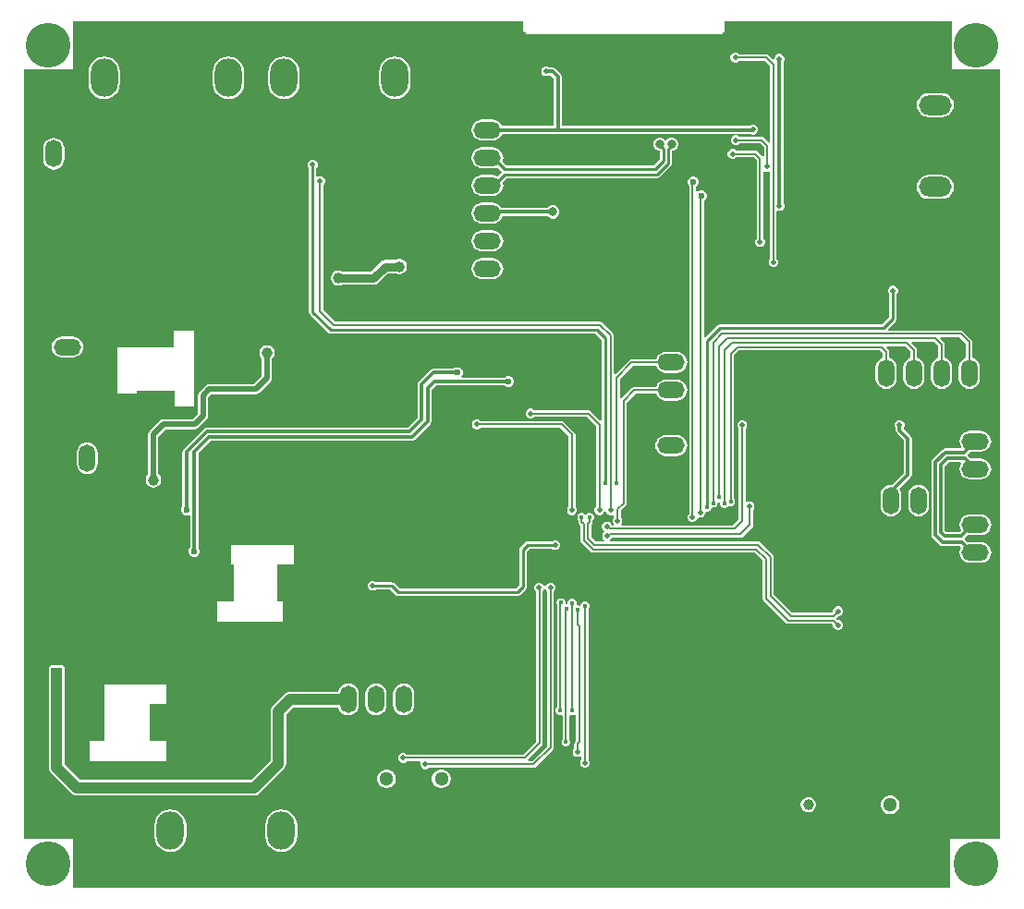
<source format=gbl>
G04*
G04 #@! TF.GenerationSoftware,Altium Limited,Altium Designer,23.0.1 (38)*
G04*
G04 Layer_Physical_Order=2*
G04 Layer_Color=16711680*
%FSLAX44Y44*%
%MOMM*%
G71*
G04*
G04 #@! TF.SameCoordinates,6FF5410F-6566-4CAA-8283-5BB090145FDD*
G04*
G04*
G04 #@! TF.FilePolarity,Positive*
G04*
G01*
G75*
%ADD10C,0.2540*%
%ADD11C,0.2000*%
%ADD20C,0.3000*%
%ADD22C,1.0000*%
%ADD53C,0.8000*%
%ADD112C,1.0000*%
%ADD113C,0.5000*%
%ADD115C,0.8000*%
%ADD117C,1.3000*%
%ADD118O,2.5000X3.5000*%
%ADD119O,1.5000X2.5000*%
%ADD120O,2.5000X1.5000*%
%ADD121O,3.0000X1.8000*%
%ADD122C,0.5000*%
%ADD123C,0.4000*%
%ADD124C,0.6000*%
%ADD125C,4.1000*%
G36*
X852752Y778483D02*
X852500Y777216D01*
Y772784D01*
X852752Y771517D01*
Y752500D01*
X896941D01*
X896941Y47500D01*
X851425D01*
Y3059D01*
X47752Y3059D01*
Y47500D01*
X3059D01*
X3059Y752500D01*
X47752D01*
Y796941D01*
X460291Y796941D01*
Y788386D01*
X460446Y787606D01*
X460888Y786944D01*
X461550Y786502D01*
X462330Y786347D01*
X462752D01*
Y785000D01*
X642752D01*
Y786431D01*
X643110Y786502D01*
X643772Y786944D01*
X644214Y787606D01*
X644369Y788386D01*
Y796941D01*
X852752Y796941D01*
Y778483D01*
D02*
G37*
%LPC*%
G36*
X342400Y764625D02*
X338615Y764127D01*
X335087Y762666D01*
X332058Y760341D01*
X329734Y757313D01*
X328273Y753785D01*
X327775Y750000D01*
Y740000D01*
X328273Y736215D01*
X329734Y732688D01*
X332058Y729659D01*
X335087Y727334D01*
X338615Y725873D01*
X342400Y725375D01*
X346185Y725873D01*
X349713Y727334D01*
X352742Y729659D01*
X355066Y732688D01*
X356527Y736215D01*
X357025Y740000D01*
Y750000D01*
X356527Y753785D01*
X355066Y757313D01*
X352742Y760341D01*
X349713Y762666D01*
X346185Y764127D01*
X342400Y764625D01*
D02*
G37*
G36*
X240800D02*
X237015Y764127D01*
X233487Y762666D01*
X230459Y760341D01*
X228134Y757313D01*
X226673Y753785D01*
X226175Y750000D01*
Y740000D01*
X226673Y736215D01*
X228134Y732688D01*
X230459Y729659D01*
X233487Y727334D01*
X237015Y725873D01*
X240800Y725375D01*
X244585Y725873D01*
X248113Y727334D01*
X251141Y729659D01*
X253466Y732688D01*
X254927Y736215D01*
X255425Y740000D01*
Y750000D01*
X254927Y753785D01*
X253466Y757313D01*
X251141Y760341D01*
X248113Y762666D01*
X244585Y764127D01*
X240800Y764625D01*
D02*
G37*
G36*
X190000D02*
X186215Y764127D01*
X182687Y762666D01*
X179659Y760341D01*
X177334Y757313D01*
X175873Y753785D01*
X175375Y750000D01*
Y740000D01*
X175873Y736215D01*
X177334Y732688D01*
X179659Y729659D01*
X182687Y727334D01*
X186215Y725873D01*
X190000Y725375D01*
X193785Y725873D01*
X197313Y727334D01*
X200341Y729659D01*
X202666Y732688D01*
X204127Y736215D01*
X204625Y740000D01*
Y750000D01*
X204127Y753785D01*
X202666Y757313D01*
X200341Y760341D01*
X197313Y762666D01*
X193785Y764127D01*
X190000Y764625D01*
D02*
G37*
G36*
X76200D02*
X72415Y764127D01*
X68887Y762666D01*
X65858Y760341D01*
X63534Y757313D01*
X62073Y753785D01*
X61575Y750000D01*
Y740000D01*
X62073Y736215D01*
X63534Y732688D01*
X65858Y729659D01*
X68887Y727334D01*
X72415Y725873D01*
X76200Y725375D01*
X79985Y725873D01*
X83513Y727334D01*
X86542Y729659D01*
X88866Y732688D01*
X90327Y736215D01*
X90825Y740000D01*
Y750000D01*
X90327Y753785D01*
X88866Y757313D01*
X86542Y760341D01*
X83513Y762666D01*
X79985Y764127D01*
X76200Y764625D01*
D02*
G37*
G36*
X843500Y731095D02*
X831500D01*
X828628Y730717D01*
X825953Y729609D01*
X823655Y727845D01*
X821891Y725547D01*
X820783Y722872D01*
X820405Y720000D01*
X820783Y717128D01*
X821891Y714453D01*
X823655Y712155D01*
X825953Y710391D01*
X828628Y709283D01*
X831500Y708905D01*
X843500D01*
X846372Y709283D01*
X849047Y710391D01*
X851345Y712155D01*
X853109Y714453D01*
X854217Y717128D01*
X854595Y720000D01*
X854217Y722872D01*
X853109Y725547D01*
X851345Y727845D01*
X849047Y729609D01*
X846372Y730717D01*
X843500Y731095D01*
D02*
G37*
G36*
X481971Y755578D02*
X480181D01*
X478527Y754893D01*
X477261Y753627D01*
X476576Y751973D01*
Y750183D01*
X477261Y748529D01*
X478527Y747263D01*
X480181Y746578D01*
X481971D01*
X483537Y747227D01*
X485723D01*
X488175Y744774D01*
Y700799D01*
X441033D01*
X440526Y702021D01*
X439003Y704005D01*
X437019Y705528D01*
X434708Y706486D01*
X432228Y706812D01*
X422228D01*
X419748Y706486D01*
X417437Y705528D01*
X415452Y704005D01*
X413930Y702021D01*
X412972Y699710D01*
X412646Y697230D01*
X412972Y694750D01*
X413930Y692439D01*
X415452Y690454D01*
X417437Y688932D01*
X419748Y687974D01*
X422228Y687648D01*
X432228D01*
X434708Y687974D01*
X437019Y688932D01*
X439003Y690454D01*
X440526Y692439D01*
X441033Y693661D01*
X668029D01*
X669665Y692984D01*
X671455D01*
X673109Y693669D01*
X674375Y694935D01*
X675060Y696589D01*
Y698379D01*
X674375Y700033D01*
X673109Y701299D01*
X671455Y701984D01*
X669665D01*
X668011Y701299D01*
X667511Y700799D01*
X495313D01*
Y746252D01*
X495041Y747618D01*
X494267Y748775D01*
X489724Y753319D01*
X488566Y754092D01*
X487201Y754364D01*
X484154D01*
X483625Y754893D01*
X481971Y755578D01*
D02*
G37*
G36*
X597077Y690276D02*
X594691D01*
X592485Y689363D01*
X591380Y688257D01*
X590550Y687809D01*
X589720Y688257D01*
X588615Y689363D01*
X586409Y690276D01*
X584022D01*
X581817Y689363D01*
X580129Y687675D01*
X579216Y685470D01*
Y683083D01*
X580129Y680877D01*
X581817Y679189D01*
X584022Y678276D01*
X585184D01*
Y670417D01*
X579517Y664750D01*
X444357D01*
X440978Y668129D01*
X441483Y669350D01*
X441810Y671830D01*
X441483Y674310D01*
X440526Y676621D01*
X439003Y678605D01*
X437019Y680128D01*
X434708Y681086D01*
X432228Y681412D01*
X422228D01*
X419748Y681086D01*
X417437Y680128D01*
X415452Y678605D01*
X413930Y676621D01*
X412972Y674310D01*
X412646Y671830D01*
X412972Y669350D01*
X413930Y667039D01*
X415452Y665054D01*
X417437Y663532D01*
X419748Y662574D01*
X422228Y662248D01*
X432228D01*
X434708Y662574D01*
X436401Y663276D01*
X439817Y659860D01*
X440570Y659003D01*
X439817Y658146D01*
X436581Y654910D01*
X434708Y655686D01*
X432228Y656012D01*
X422228D01*
X419748Y655686D01*
X417437Y654728D01*
X415452Y653205D01*
X413930Y651221D01*
X412972Y648910D01*
X412646Y646430D01*
X412972Y643950D01*
X413930Y641639D01*
X415452Y639655D01*
X417437Y638132D01*
X419748Y637174D01*
X422228Y636848D01*
X432228D01*
X434708Y637174D01*
X437019Y638132D01*
X439003Y639655D01*
X440526Y641639D01*
X441483Y643950D01*
X441810Y646430D01*
X441483Y648910D01*
X441052Y649951D01*
X444357Y653256D01*
X582930D01*
X584206Y653510D01*
X585288Y654232D01*
X595448Y664392D01*
X596170Y665474D01*
X596424Y666750D01*
Y678276D01*
X597077D01*
X599283Y679189D01*
X600971Y680877D01*
X601884Y683083D01*
Y685470D01*
X600971Y687675D01*
X599283Y689363D01*
X597077Y690276D01*
D02*
G37*
G36*
X655199Y768024D02*
X653409D01*
X651755Y767339D01*
X650489Y766073D01*
X649804Y764419D01*
Y762629D01*
X650489Y760975D01*
X651755Y759709D01*
X653409Y759024D01*
X655199D01*
X656853Y759709D01*
X657609Y760465D01*
X681485D01*
X686043Y755907D01*
Y686345D01*
X684773Y685819D01*
X680597Y689995D01*
X679605Y690658D01*
X678434Y690891D01*
X678434Y690891D01*
X658371D01*
X657615Y691647D01*
X655961Y692332D01*
X654171D01*
X652517Y691647D01*
X651251Y690381D01*
X650566Y688727D01*
Y686937D01*
X651251Y685283D01*
X652517Y684017D01*
X654171Y683332D01*
X655961D01*
X657615Y684017D01*
X658371Y684773D01*
X677167D01*
X680521Y681419D01*
Y673349D01*
X679251Y672964D01*
X679073Y673231D01*
X675009Y677295D01*
X674016Y677958D01*
X672846Y678191D01*
X672846Y678191D01*
X655069D01*
X654313Y678947D01*
X652659Y679632D01*
X650869D01*
X649215Y678947D01*
X647949Y677681D01*
X647264Y676027D01*
Y674237D01*
X647949Y672583D01*
X649215Y671317D01*
X650869Y670632D01*
X652659D01*
X654313Y671317D01*
X655069Y672073D01*
X671579D01*
X673851Y669801D01*
Y597665D01*
X673095Y596909D01*
X672410Y595255D01*
Y593465D01*
X673095Y591811D01*
X674361Y590545D01*
X676015Y589860D01*
X677805D01*
X679459Y590545D01*
X680725Y591811D01*
X681410Y593465D01*
Y595255D01*
X680725Y596909D01*
X679969Y597665D01*
Y659102D01*
X681239Y659613D01*
X682685Y659014D01*
X684475D01*
X684987Y659226D01*
X686043Y658521D01*
Y579123D01*
X685541Y578621D01*
X684856Y576967D01*
Y575177D01*
X685541Y573523D01*
X686807Y572257D01*
X688461Y571572D01*
X690251D01*
X691905Y572257D01*
X693171Y573523D01*
X693856Y575177D01*
Y576967D01*
X693171Y578621D01*
X692161Y579631D01*
Y622414D01*
X693217Y623120D01*
X693795Y622880D01*
X695585D01*
X697239Y623565D01*
X698505Y624831D01*
X699190Y626485D01*
Y628275D01*
X698505Y629929D01*
X698259Y630175D01*
Y759713D01*
X698505Y759959D01*
X699190Y761613D01*
Y763403D01*
X698505Y765057D01*
X697239Y766323D01*
X695585Y767008D01*
X693795D01*
X692141Y766323D01*
X690875Y765057D01*
X690190Y763403D01*
Y762208D01*
X688920Y761682D01*
X684915Y765687D01*
X683923Y766350D01*
X682752Y766583D01*
X682752Y766583D01*
X657609D01*
X656853Y767339D01*
X655199Y768024D01*
D02*
G37*
G36*
X30010Y690022D02*
X27530Y689696D01*
X25219Y688738D01*
X23235Y687215D01*
X21712Y685231D01*
X20754Y682920D01*
X20428Y680440D01*
Y670440D01*
X20754Y667960D01*
X21712Y665649D01*
X23235Y663664D01*
X25219Y662142D01*
X27530Y661184D01*
X30010Y660858D01*
X32490Y661184D01*
X34801Y662142D01*
X36785Y663664D01*
X38308Y665649D01*
X39265Y667960D01*
X39592Y670440D01*
Y680440D01*
X39265Y682920D01*
X38308Y685231D01*
X36785Y687215D01*
X34801Y688738D01*
X32490Y689696D01*
X30010Y690022D01*
D02*
G37*
G36*
X843500Y656095D02*
X831500D01*
X828628Y655717D01*
X825953Y654609D01*
X823655Y652845D01*
X821891Y650547D01*
X820783Y647872D01*
X820405Y645000D01*
X820783Y642128D01*
X821891Y639453D01*
X823655Y637155D01*
X825953Y635392D01*
X828628Y634283D01*
X831500Y633905D01*
X843500D01*
X846372Y634283D01*
X849047Y635392D01*
X851345Y637155D01*
X853109Y639453D01*
X854217Y642128D01*
X854595Y645000D01*
X854217Y647872D01*
X853109Y650547D01*
X851345Y652845D01*
X849047Y654609D01*
X846372Y655717D01*
X843500Y656095D01*
D02*
G37*
G36*
X432228Y630612D02*
X422228D01*
X419748Y630285D01*
X417437Y629328D01*
X415452Y627805D01*
X413930Y625821D01*
X412972Y623510D01*
X412646Y621030D01*
X412972Y618550D01*
X413930Y616239D01*
X415452Y614254D01*
X417437Y612732D01*
X419748Y611774D01*
X422228Y611448D01*
X432228D01*
X434708Y611774D01*
X437019Y612732D01*
X439003Y614254D01*
X440526Y616239D01*
X441453Y618477D01*
X482255D01*
X483773Y616959D01*
X485979Y616046D01*
X488366D01*
X490571Y616959D01*
X492259Y618647D01*
X493172Y620853D01*
Y623240D01*
X492259Y625445D01*
X490571Y627133D01*
X488366Y628046D01*
X485979D01*
X483773Y627133D01*
X482255Y625615D01*
X440612D01*
X440526Y625821D01*
X439003Y627805D01*
X437019Y629328D01*
X434708Y630285D01*
X432228Y630612D01*
D02*
G37*
G36*
Y605212D02*
X422228D01*
X419748Y604885D01*
X417437Y603928D01*
X415452Y602405D01*
X413930Y600421D01*
X412972Y598110D01*
X412646Y595630D01*
X412972Y593150D01*
X413930Y590839D01*
X415452Y588854D01*
X417437Y587332D01*
X419748Y586375D01*
X422228Y586048D01*
X432228D01*
X434708Y586375D01*
X437019Y587332D01*
X439003Y588854D01*
X440526Y590839D01*
X441483Y593150D01*
X441810Y595630D01*
X441483Y598110D01*
X440526Y600421D01*
X439003Y602405D01*
X437019Y603928D01*
X434708Y604885D01*
X432228Y605212D01*
D02*
G37*
G36*
X347378Y579008D02*
X345534D01*
X343754Y578531D01*
X343052Y578125D01*
X333502D01*
X331161Y577660D01*
X329176Y576334D01*
X320554Y567711D01*
X294234D01*
X293532Y568117D01*
X291752Y568594D01*
X289908D01*
X288128Y568117D01*
X286532Y567195D01*
X285229Y565892D01*
X284307Y564296D01*
X283830Y562516D01*
Y560672D01*
X284307Y558892D01*
X285229Y557296D01*
X286532Y555993D01*
X288128Y555071D01*
X289908Y554594D01*
X291752D01*
X293532Y555071D01*
X294234Y555476D01*
X323088D01*
X325429Y555942D01*
X327414Y557268D01*
X336036Y565891D01*
X343052D01*
X343754Y565485D01*
X345534Y565008D01*
X347378D01*
X349158Y565485D01*
X350754Y566407D01*
X352057Y567710D01*
X352979Y569306D01*
X353456Y571086D01*
Y572930D01*
X352979Y574710D01*
X352057Y576306D01*
X350754Y577609D01*
X349158Y578531D01*
X347378Y579008D01*
D02*
G37*
G36*
X432228Y579812D02*
X422228D01*
X419748Y579486D01*
X417437Y578528D01*
X415452Y577005D01*
X413930Y575021D01*
X412972Y572710D01*
X412646Y570230D01*
X412972Y567750D01*
X413930Y565439D01*
X415452Y563455D01*
X417437Y561932D01*
X419748Y560975D01*
X422228Y560648D01*
X432228D01*
X434708Y560975D01*
X437019Y561932D01*
X439003Y563455D01*
X440526Y565439D01*
X441483Y567750D01*
X441810Y570230D01*
X441483Y572710D01*
X440526Y575021D01*
X439003Y577005D01*
X437019Y578528D01*
X434708Y579486D01*
X432228Y579812D01*
D02*
G37*
G36*
X47418Y507930D02*
X37418D01*
X34938Y507603D01*
X32627Y506646D01*
X30642Y505123D01*
X29120Y503139D01*
X28163Y500828D01*
X27836Y498348D01*
X28163Y495868D01*
X29120Y493557D01*
X30642Y491572D01*
X32627Y490050D01*
X34938Y489092D01*
X37418Y488766D01*
X47418D01*
X49898Y489092D01*
X52209Y490050D01*
X54194Y491572D01*
X55716Y493557D01*
X56673Y495868D01*
X57000Y498348D01*
X56673Y500828D01*
X55716Y503139D01*
X54194Y505123D01*
X52209Y506646D01*
X49898Y507603D01*
X47418Y507930D01*
D02*
G37*
G36*
X268103Y669726D02*
X266313D01*
X264659Y669041D01*
X263393Y667775D01*
X262708Y666121D01*
Y664331D01*
X263393Y662677D01*
X263874Y662196D01*
Y530352D01*
X264128Y529076D01*
X264851Y527994D01*
X281360Y511484D01*
X282442Y510762D01*
X283718Y510508D01*
X526177D01*
X531590Y505095D01*
Y431467D01*
X530417Y430981D01*
X521847Y439551D01*
X520855Y440214D01*
X519684Y440447D01*
X519684Y440447D01*
X470157D01*
X469401Y441203D01*
X467747Y441888D01*
X465957D01*
X464303Y441203D01*
X463037Y439937D01*
X462352Y438283D01*
Y436493D01*
X463037Y434839D01*
X464303Y433573D01*
X465957Y432888D01*
X467747D01*
X469401Y433573D01*
X470157Y434329D01*
X518417D01*
X526785Y425961D01*
Y352047D01*
X526029Y351291D01*
X525344Y349637D01*
Y347847D01*
X526029Y346193D01*
X527295Y344927D01*
X528949Y344242D01*
X530739D01*
X532393Y344927D01*
X533659Y346193D01*
X534289Y347714D01*
X534924Y347784D01*
X535559Y347714D01*
X536189Y346193D01*
X537455Y344927D01*
X539109Y344242D01*
X540899D01*
X542025Y344709D01*
X543295Y344010D01*
Y342395D01*
X542539Y341639D01*
X541854Y339985D01*
Y338195D01*
X542539Y336541D01*
X543011Y336069D01*
X542485Y334799D01*
X541141D01*
X540517Y336305D01*
X539251Y337571D01*
X537597Y338256D01*
X535807D01*
X534153Y337571D01*
X532887Y336305D01*
X532202Y334651D01*
Y332861D01*
X532887Y331207D01*
X533967Y330127D01*
X534136Y329668D01*
X534072Y328600D01*
X533141Y327669D01*
X532456Y326015D01*
Y324225D01*
X533141Y322571D01*
X534391Y321321D01*
X534390Y321231D01*
X534117Y320051D01*
X526793D01*
X522615Y324229D01*
Y335409D01*
X522863Y335657D01*
X522863Y335657D01*
X523526Y336650D01*
X523759Y337820D01*
X523759Y337820D01*
Y339540D01*
X524091Y339872D01*
X524700Y341342D01*
Y342934D01*
X524091Y344404D01*
X522966Y345529D01*
X521496Y346138D01*
X519904D01*
X518434Y345529D01*
X517974Y345069D01*
X517144Y344514D01*
X516314Y345069D01*
X515854Y345529D01*
X514384Y346138D01*
X512792D01*
X511322Y345529D01*
X510197Y344404D01*
X509588Y342934D01*
Y341342D01*
X510197Y339872D01*
X510529Y339540D01*
Y337884D01*
X510529Y337883D01*
X510762Y336713D01*
X511425Y335721D01*
X512380Y334766D01*
Y321237D01*
X512380Y321237D01*
X512613Y320067D01*
X513276Y319074D01*
X521839Y310511D01*
X521839Y310511D01*
X522831Y309848D01*
X524002Y309615D01*
X524002Y309615D01*
X672341D01*
X679439Y302517D01*
Y267716D01*
X679439Y267716D01*
X679672Y266546D01*
X680335Y265553D01*
X700401Y245487D01*
X700401Y245487D01*
X701394Y244824D01*
X702564Y244591D01*
X702564Y244591D01*
X742726D01*
X743784Y243533D01*
Y242463D01*
X744469Y240809D01*
X745735Y239544D01*
X747389Y238859D01*
X749179D01*
X750833Y239544D01*
X752099Y240809D01*
X752784Y242463D01*
Y244254D01*
X752099Y245907D01*
X750833Y247173D01*
X749179Y247859D01*
X748110D01*
X746617Y249351D01*
X746637Y249551D01*
X748644Y251558D01*
X749179D01*
X750833Y252244D01*
X752099Y253509D01*
X752784Y255163D01*
Y256954D01*
X752099Y258608D01*
X750833Y259873D01*
X749179Y260558D01*
X747389D01*
X745735Y259873D01*
X744469Y258608D01*
X743784Y256954D01*
Y255350D01*
X743207Y254773D01*
X706371D01*
X689621Y271523D01*
Y305816D01*
X689621Y305816D01*
X689388Y306987D01*
X688725Y307979D01*
X677549Y319155D01*
X676556Y319818D01*
X675386Y320051D01*
X675386Y320051D01*
X539795D01*
X539522Y321231D01*
X539521Y321321D01*
X540771Y322571D01*
X541225Y323667D01*
X659226D01*
X659226Y323667D01*
X660397Y323900D01*
X661389Y324563D01*
X669663Y332837D01*
X669663Y332837D01*
X670326Y333829D01*
X670559Y335000D01*
X670559Y335000D01*
Y349195D01*
X671315Y349951D01*
X672000Y351605D01*
Y353395D01*
X671315Y355049D01*
X670049Y356315D01*
X668395Y357000D01*
X666605D01*
X664951Y356315D01*
X664886Y356250D01*
X663713Y356736D01*
Y423415D01*
X664469Y424171D01*
X665154Y425825D01*
Y427615D01*
X664469Y429269D01*
X663203Y430535D01*
X661549Y431220D01*
X659759D01*
X658105Y430535D01*
X656839Y429269D01*
X656154Y427615D01*
Y425825D01*
X656839Y424171D01*
X657595Y423415D01*
Y340103D01*
X652291Y334799D01*
X550223D01*
X549697Y336069D01*
X550169Y336541D01*
X550854Y338195D01*
Y339985D01*
X550169Y341639D01*
X549413Y342395D01*
Y348237D01*
X554105Y352929D01*
X554768Y353922D01*
X555001Y355092D01*
X555001Y355092D01*
Y447551D01*
X563115Y455665D01*
X581614D01*
X582332Y453933D01*
X583854Y451949D01*
X585839Y450426D01*
X588150Y449468D01*
X590630Y449142D01*
X600630D01*
X603110Y449468D01*
X605421Y450426D01*
X607406Y451949D01*
X608928Y453933D01*
X609885Y456244D01*
X610212Y458724D01*
X609885Y461204D01*
X608928Y463515D01*
X607406Y465499D01*
X605421Y467022D01*
X603110Y467980D01*
X600630Y468306D01*
X590630D01*
X588150Y467980D01*
X585839Y467022D01*
X583854Y465499D01*
X582332Y463515D01*
X581614Y461783D01*
X561848D01*
X560677Y461550D01*
X559685Y460887D01*
X559685Y460887D01*
X549921Y451123D01*
X549338Y451214D01*
X548651Y451578D01*
Y469141D01*
X560575Y481065D01*
X581614D01*
X582332Y479333D01*
X583854Y477349D01*
X585839Y475826D01*
X588150Y474869D01*
X590630Y474542D01*
X600630D01*
X603110Y474869D01*
X605421Y475826D01*
X607406Y477349D01*
X608928Y479333D01*
X609885Y481644D01*
X610212Y484124D01*
X609885Y486604D01*
X608928Y488915D01*
X607406Y490899D01*
X605421Y492422D01*
X603110Y493380D01*
X600630Y493706D01*
X590630D01*
X588150Y493380D01*
X585839Y492422D01*
X583854Y490899D01*
X582332Y488915D01*
X581614Y487183D01*
X559308D01*
X558138Y486950D01*
X557145Y486287D01*
X557145Y486287D01*
X544333Y473475D01*
X543063Y474001D01*
Y508762D01*
X543063Y508762D01*
X542830Y509933D01*
X542167Y510925D01*
X542167Y510925D01*
X532515Y520577D01*
X531523Y521240D01*
X530352Y521473D01*
X530352Y521473D01*
X287779D01*
X277125Y532127D01*
Y647189D01*
X277881Y647945D01*
X278566Y649599D01*
Y651389D01*
X277881Y653043D01*
X276615Y654309D01*
X274961Y654994D01*
X273171D01*
X271812Y654431D01*
X270542Y654993D01*
Y662196D01*
X271023Y662677D01*
X271708Y664331D01*
Y666121D01*
X271023Y667775D01*
X269757Y669041D01*
X268103Y669726D01*
D02*
G37*
G36*
X400537Y479726D02*
X398547D01*
X396710Y478965D01*
X396040Y478295D01*
X377444D01*
X376078Y478023D01*
X374921Y477249D01*
X364507Y466835D01*
X363733Y465678D01*
X363461Y464312D01*
Y433786D01*
X354122Y424447D01*
X170180D01*
X168814Y424175D01*
X167657Y423401D01*
X148861Y404605D01*
X148087Y403448D01*
X147815Y402082D01*
Y352612D01*
X147145Y351942D01*
X146384Y350105D01*
Y348115D01*
X147145Y346278D01*
X148552Y344871D01*
X150389Y344110D01*
X152379D01*
X153911Y344745D01*
X155181Y344177D01*
Y314513D01*
X154511Y313842D01*
X153750Y312005D01*
Y310015D01*
X154511Y308178D01*
X155918Y306771D01*
X157755Y306010D01*
X159745D01*
X161582Y306771D01*
X162989Y308178D01*
X163750Y310015D01*
Y312005D01*
X162989Y313842D01*
X162319Y314513D01*
Y400858D01*
X173690Y412229D01*
X358140D01*
X359506Y412501D01*
X360663Y413275D01*
X374887Y427499D01*
X375661Y428656D01*
X375933Y430022D01*
Y459024D01*
X380192Y463283D01*
X443030D01*
X443700Y462613D01*
X445537Y461852D01*
X447527D01*
X449364Y462613D01*
X450771Y464020D01*
X451532Y465857D01*
Y467847D01*
X450771Y469684D01*
X449364Y471091D01*
X447527Y471852D01*
X445537D01*
X443700Y471091D01*
X443030Y470421D01*
X404104D01*
X403578Y471691D01*
X403781Y471894D01*
X404542Y473731D01*
Y475721D01*
X403781Y477558D01*
X402374Y478965D01*
X400537Y479726D01*
D02*
G37*
G36*
X616945Y654590D02*
X614955D01*
X613118Y653829D01*
X611711Y652422D01*
X610950Y650585D01*
Y648595D01*
X611711Y646758D01*
X612129Y646340D01*
Y345697D01*
X611373Y344941D01*
X610688Y343287D01*
Y341497D01*
X611373Y339843D01*
X612639Y338577D01*
X614293Y337892D01*
X616083D01*
X617737Y338577D01*
X619003Y339843D01*
X619688Y341497D01*
X620652Y342141D01*
X621272Y341884D01*
X623062D01*
X624716Y342569D01*
X625982Y343835D01*
X626667Y345489D01*
Y346399D01*
X627854Y347282D01*
X629446D01*
X630916Y347891D01*
X632041Y349016D01*
X632650Y350486D01*
Y350894D01*
X633175Y351245D01*
X634766D01*
X636236Y351854D01*
X637362Y352979D01*
X637971Y354449D01*
Y355253D01*
X638189Y356112D01*
X639144Y356426D01*
X639352D01*
X640138Y355830D01*
X640398Y355274D01*
Y354042D01*
X641007Y352572D01*
X642132Y351447D01*
X643602Y350838D01*
X645194D01*
X646664Y351447D01*
X647789Y352572D01*
X648065Y353238D01*
X649411Y352680D01*
X651002D01*
X652472Y353289D01*
X653597Y354414D01*
X654206Y355884D01*
Y357476D01*
X653597Y358946D01*
X653265Y359278D01*
Y490697D01*
X657603Y495035D01*
X786895D01*
X789421Y492509D01*
Y488488D01*
X787689Y487770D01*
X785704Y486247D01*
X784182Y484263D01*
X783224Y481952D01*
X782898Y479472D01*
Y469472D01*
X783224Y466992D01*
X784182Y464681D01*
X785704Y462696D01*
X787689Y461174D01*
X790000Y460216D01*
X792480Y459890D01*
X794960Y460216D01*
X797271Y461174D01*
X799255Y462696D01*
X800778Y464681D01*
X801736Y466992D01*
X802062Y469472D01*
Y479472D01*
X801736Y481952D01*
X800778Y484263D01*
X799255Y486247D01*
X797271Y487770D01*
X795539Y488488D01*
Y493776D01*
X795539Y493776D01*
X795306Y494947D01*
X794643Y495939D01*
X792656Y497926D01*
X793142Y499099D01*
X810009D01*
X814821Y494287D01*
Y488488D01*
X813089Y487770D01*
X811105Y486247D01*
X809582Y484263D01*
X808624Y481952D01*
X808298Y479472D01*
Y469472D01*
X808624Y466992D01*
X809582Y464681D01*
X811105Y462696D01*
X813089Y461174D01*
X815400Y460216D01*
X817880Y459890D01*
X820360Y460216D01*
X822671Y461174D01*
X824655Y462696D01*
X826178Y464681D01*
X827135Y466992D01*
X827462Y469472D01*
Y479472D01*
X827135Y481952D01*
X826178Y484263D01*
X824655Y486247D01*
X822671Y487770D01*
X820939Y488488D01*
Y495554D01*
X820706Y496725D01*
X820043Y497717D01*
X815516Y502244D01*
X816002Y503417D01*
X836425D01*
X840221Y499621D01*
Y488488D01*
X838489Y487770D01*
X836505Y486247D01*
X834982Y484263D01*
X834025Y481952D01*
X833698Y479472D01*
Y469472D01*
X834025Y466992D01*
X834982Y464681D01*
X836505Y462696D01*
X838489Y461174D01*
X840800Y460216D01*
X843280Y459890D01*
X845760Y460216D01*
X848071Y461174D01*
X850055Y462696D01*
X851578Y464681D01*
X852535Y466992D01*
X852862Y469472D01*
Y479472D01*
X852535Y481952D01*
X851578Y484263D01*
X850055Y486247D01*
X848071Y487770D01*
X846339Y488488D01*
Y500888D01*
X846339Y500888D01*
X846106Y502059D01*
X845443Y503051D01*
X845443Y503051D01*
X842186Y506308D01*
X842672Y507481D01*
X859793D01*
X865621Y501653D01*
Y488488D01*
X863889Y487770D01*
X861905Y486247D01*
X860382Y484263D01*
X859425Y481952D01*
X859098Y479472D01*
Y469472D01*
X859425Y466992D01*
X860382Y464681D01*
X861905Y462696D01*
X863889Y461174D01*
X866200Y460216D01*
X868680Y459890D01*
X871160Y460216D01*
X873471Y461174D01*
X875455Y462696D01*
X876978Y464681D01*
X877935Y466992D01*
X878262Y469472D01*
Y479472D01*
X877935Y481952D01*
X876978Y484263D01*
X875455Y486247D01*
X873471Y487770D01*
X871739Y488488D01*
Y502920D01*
X871739Y502920D01*
X871506Y504091D01*
X870843Y505083D01*
X870843Y505083D01*
X863223Y512703D01*
X862231Y513366D01*
X861060Y513599D01*
X861060Y513599D01*
X794547D01*
X794061Y514772D01*
X801188Y521898D01*
X801910Y522980D01*
X802164Y524256D01*
Y546880D01*
X802645Y547361D01*
X803330Y549015D01*
Y550805D01*
X802645Y552459D01*
X801379Y553725D01*
X799725Y554410D01*
X797935D01*
X796281Y553725D01*
X795015Y552459D01*
X794330Y550805D01*
Y549015D01*
X795015Y547361D01*
X795496Y546880D01*
Y525637D01*
X789067Y519208D01*
X640588D01*
X639312Y518954D01*
X638230Y518232D01*
X626943Y506944D01*
X625673Y507470D01*
Y632560D01*
X625894Y632651D01*
X627301Y634058D01*
X628062Y635895D01*
Y637885D01*
X627301Y639722D01*
X625894Y641129D01*
X624057Y641890D01*
X622067D01*
X620230Y641129D01*
X619517Y640416D01*
X618247Y640942D01*
Y645129D01*
X618782Y645351D01*
X620189Y646758D01*
X620950Y648595D01*
Y650585D01*
X620189Y652422D01*
X618782Y653829D01*
X616945Y654590D01*
D02*
G37*
G36*
X158421Y513402D02*
X139954D01*
Y498400D01*
X88138D01*
Y455676D01*
X106420D01*
Y458402D01*
X140420D01*
Y443400D01*
X158421D01*
Y513402D01*
D02*
G37*
G36*
X600630Y417506D02*
X590630D01*
X588150Y417179D01*
X585839Y416222D01*
X583854Y414700D01*
X582332Y412715D01*
X581375Y410404D01*
X581048Y407924D01*
X581375Y405444D01*
X582332Y403133D01*
X583854Y401148D01*
X585839Y399626D01*
X588150Y398669D01*
X590630Y398342D01*
X600630D01*
X603110Y398669D01*
X605421Y399626D01*
X607406Y401148D01*
X608928Y403133D01*
X609885Y405444D01*
X610212Y407924D01*
X609885Y410404D01*
X608928Y412715D01*
X607406Y414700D01*
X605421Y416222D01*
X603110Y417179D01*
X600630Y417506D01*
D02*
G37*
G36*
X60680Y410822D02*
X58200Y410495D01*
X55889Y409538D01*
X53905Y408016D01*
X52382Y406031D01*
X51425Y403720D01*
X51098Y401240D01*
Y391240D01*
X51425Y388760D01*
X52382Y386449D01*
X53905Y384464D01*
X55889Y382942D01*
X58200Y381984D01*
X60680Y381658D01*
X63160Y381984D01*
X65471Y382942D01*
X67456Y384464D01*
X68978Y386449D01*
X69935Y388760D01*
X70262Y391240D01*
Y401240D01*
X69935Y403720D01*
X68978Y406031D01*
X67456Y408016D01*
X65471Y409538D01*
X63160Y410495D01*
X60680Y410822D01*
D02*
G37*
G36*
X879268Y421574D02*
X869268D01*
X866788Y421247D01*
X864477Y420290D01*
X862493Y418767D01*
X860970Y416783D01*
X860013Y414472D01*
X859686Y411992D01*
X860013Y409512D01*
X860970Y407201D01*
X861480Y406536D01*
X860919Y405397D01*
X846582D01*
X845216Y405125D01*
X844059Y404351D01*
X834915Y395207D01*
X834141Y394050D01*
X833869Y392684D01*
Y326136D01*
X834141Y324770D01*
X834915Y323613D01*
X841773Y316755D01*
X842930Y315981D01*
X844296Y315709D01*
X860166D01*
X860711Y315005D01*
X860931Y314577D01*
X860013Y312360D01*
X859686Y309880D01*
X860013Y307400D01*
X860970Y305089D01*
X862493Y303104D01*
X864477Y301582D01*
X866788Y300625D01*
X869268Y300298D01*
X879268D01*
X881748Y300625D01*
X884059Y301582D01*
X886043Y303104D01*
X887566Y305089D01*
X888523Y307400D01*
X888850Y309880D01*
X888523Y312360D01*
X887566Y314671D01*
X886043Y316656D01*
X884059Y318178D01*
X881748Y319135D01*
X879268Y319462D01*
X869268D01*
X867210Y319191D01*
X864670Y321731D01*
X864599Y321804D01*
X864582Y323341D01*
X867210Y325969D01*
X869268Y325698D01*
X879268D01*
X881748Y326025D01*
X884059Y326982D01*
X886043Y328504D01*
X887566Y330489D01*
X888523Y332800D01*
X888850Y335280D01*
X888523Y337760D01*
X887566Y340071D01*
X886043Y342056D01*
X884059Y343578D01*
X881748Y344535D01*
X879268Y344862D01*
X869268D01*
X866788Y344535D01*
X864477Y343578D01*
X862493Y342056D01*
X860970Y340071D01*
X860013Y337760D01*
X859686Y335280D01*
X860013Y332800D01*
X860970Y330489D01*
X861259Y330112D01*
X859836Y328689D01*
X847552D01*
X846341Y329900D01*
Y389174D01*
X850092Y392925D01*
X860718D01*
X861279Y391786D01*
X860970Y391383D01*
X860013Y389072D01*
X859686Y386592D01*
X860013Y384112D01*
X860970Y381801D01*
X862493Y379817D01*
X864477Y378294D01*
X866788Y377337D01*
X869268Y377010D01*
X879268D01*
X881748Y377337D01*
X884059Y378294D01*
X886043Y379817D01*
X887566Y381801D01*
X888523Y384112D01*
X888850Y386592D01*
X888523Y389072D01*
X887566Y391383D01*
X886043Y393367D01*
X884059Y394890D01*
X881748Y395847D01*
X879268Y396174D01*
X869654D01*
X869495Y396411D01*
X867463Y398444D01*
X866895Y399029D01*
X867476Y400153D01*
X869495Y402173D01*
X869654Y402410D01*
X879268D01*
X881748Y402737D01*
X884059Y403694D01*
X886043Y405216D01*
X887566Y407201D01*
X888523Y409512D01*
X888850Y411992D01*
X888523Y414472D01*
X887566Y416783D01*
X886043Y418767D01*
X884059Y420290D01*
X881748Y421247D01*
X879268Y421574D01*
D02*
G37*
G36*
X805821Y431220D02*
X804031D01*
X802377Y430535D01*
X801111Y429269D01*
X800426Y427615D01*
Y425825D01*
X801111Y424171D01*
X801357Y423925D01*
Y421894D01*
X801629Y420528D01*
X802403Y419371D01*
X808977Y412796D01*
Y382986D01*
X798042Y372050D01*
X796798Y372214D01*
X794318Y371888D01*
X792007Y370930D01*
X790023Y369408D01*
X788500Y367423D01*
X787542Y365112D01*
X787216Y362632D01*
Y352632D01*
X787542Y350152D01*
X788500Y347841D01*
X790023Y345857D01*
X792007Y344334D01*
X794318Y343377D01*
X796798Y343050D01*
X799278Y343377D01*
X801589Y344334D01*
X803573Y345857D01*
X805096Y347841D01*
X806053Y350152D01*
X806380Y352632D01*
Y362632D01*
X806053Y365112D01*
X805096Y367423D01*
X804407Y368322D01*
X815069Y378985D01*
X815843Y380142D01*
X816115Y381508D01*
Y414274D01*
X815843Y415640D01*
X815069Y416797D01*
X808495Y423372D01*
Y423925D01*
X808741Y424171D01*
X809426Y425825D01*
Y427615D01*
X808741Y429269D01*
X807475Y430535D01*
X805821Y431220D01*
D02*
G37*
G36*
X226220Y500014D02*
X224376D01*
X222596Y499537D01*
X221000Y498615D01*
X219697Y497312D01*
X218775Y495716D01*
X218298Y493936D01*
Y492092D01*
X218775Y490312D01*
X219697Y488716D01*
X220710Y487703D01*
Y471800D01*
X213237Y464328D01*
X172466D01*
X170710Y463979D01*
X169222Y462984D01*
X163380Y457142D01*
X162385Y455654D01*
X162036Y453898D01*
Y437002D01*
X157104Y432070D01*
X130556D01*
X128800Y431721D01*
X127312Y430726D01*
X117914Y421328D01*
X116919Y419840D01*
X116570Y418084D01*
Y381739D01*
X115557Y380726D01*
X114635Y379130D01*
X114158Y377350D01*
Y375506D01*
X114635Y373726D01*
X115557Y372130D01*
X116860Y370827D01*
X118456Y369905D01*
X120236Y369428D01*
X122080D01*
X123860Y369905D01*
X125456Y370827D01*
X126759Y372130D01*
X127681Y373726D01*
X128158Y375506D01*
Y377350D01*
X127681Y379130D01*
X126759Y380726D01*
X125746Y381739D01*
Y416184D01*
X132457Y422894D01*
X159004D01*
X160760Y423243D01*
X162248Y424238D01*
X169868Y431858D01*
X170863Y433346D01*
X171212Y435102D01*
Y451997D01*
X174366Y455152D01*
X215138D01*
X216894Y455501D01*
X218382Y456496D01*
X228542Y466656D01*
X229537Y468144D01*
X229886Y469900D01*
Y487703D01*
X230899Y488716D01*
X231821Y490312D01*
X232298Y492092D01*
Y493936D01*
X231821Y495716D01*
X230899Y497312D01*
X229596Y498615D01*
X228000Y499537D01*
X226220Y500014D01*
D02*
G37*
G36*
X418471Y431982D02*
X416681D01*
X415027Y431297D01*
X413761Y430031D01*
X413076Y428377D01*
Y426587D01*
X413761Y424933D01*
X415027Y423667D01*
X416681Y422982D01*
X418471D01*
X420125Y423667D01*
X420881Y424423D01*
X494033D01*
X501639Y416817D01*
Y352047D01*
X500883Y351291D01*
X500198Y349637D01*
Y347847D01*
X500883Y346193D01*
X502149Y344927D01*
X503803Y344242D01*
X505593D01*
X507247Y344927D01*
X508513Y346193D01*
X509198Y347847D01*
Y349637D01*
X508513Y351291D01*
X507757Y352047D01*
Y418084D01*
X507757Y418084D01*
X507524Y419255D01*
X506861Y420247D01*
X506861Y420247D01*
X497463Y429645D01*
X496471Y430308D01*
X495300Y430541D01*
X495300Y430541D01*
X420881D01*
X420125Y431297D01*
X418471Y431982D01*
D02*
G37*
G36*
X822198Y372214D02*
X819718Y371888D01*
X817407Y370930D01*
X815423Y369408D01*
X813900Y367423D01*
X812943Y365112D01*
X812616Y362632D01*
Y352632D01*
X812943Y350152D01*
X813900Y347841D01*
X815423Y345857D01*
X817407Y344334D01*
X819718Y343377D01*
X822198Y343050D01*
X824678Y343377D01*
X826989Y344334D01*
X828973Y345857D01*
X830496Y347841D01*
X831453Y350152D01*
X831780Y352632D01*
Y362632D01*
X831453Y365112D01*
X830496Y367423D01*
X828973Y369408D01*
X826989Y370930D01*
X824678Y371888D01*
X822198Y372214D01*
D02*
G37*
G36*
X490099Y321238D02*
X488309D01*
X486655Y320553D01*
X486174Y320072D01*
X464312D01*
X463036Y319818D01*
X461954Y319095D01*
X457636Y314778D01*
X456914Y313696D01*
X456660Y312420D01*
Y280273D01*
X453279Y276892D01*
X346821D01*
X341955Y281758D01*
X340874Y282480D01*
X339598Y282734D01*
X325102D01*
X324621Y283215D01*
X322967Y283900D01*
X321177D01*
X319523Y283215D01*
X318257Y281949D01*
X317572Y280295D01*
Y278505D01*
X318257Y276851D01*
X319523Y275585D01*
X321177Y274900D01*
X322967D01*
X324621Y275585D01*
X325102Y276066D01*
X338217D01*
X343083Y271201D01*
X344164Y270478D01*
X345440Y270224D01*
X454660D01*
X455936Y270478D01*
X457018Y271201D01*
X462351Y276535D01*
X463074Y277616D01*
X463328Y278892D01*
Y311039D01*
X465693Y313404D01*
X486174D01*
X486655Y312923D01*
X488309Y312238D01*
X490099D01*
X491753Y312923D01*
X493019Y314189D01*
X493704Y315843D01*
Y317633D01*
X493019Y319287D01*
X491753Y320553D01*
X490099Y321238D01*
D02*
G37*
G36*
X249780Y316992D02*
X192793D01*
Y298940D01*
X194780D01*
Y264940D01*
X179778D01*
Y246939D01*
X239718D01*
Y264940D01*
X234778D01*
Y298940D01*
X249780D01*
Y316992D01*
D02*
G37*
G36*
X350520Y189842D02*
X348040Y189515D01*
X345729Y188558D01*
X343745Y187036D01*
X342222Y185051D01*
X341264Y182740D01*
X340938Y180260D01*
Y170260D01*
X341264Y167780D01*
X342222Y165469D01*
X343745Y163484D01*
X345729Y161962D01*
X348040Y161005D01*
X350520Y160678D01*
X353000Y161005D01*
X355311Y161962D01*
X357295Y163484D01*
X358818Y165469D01*
X359776Y167780D01*
X360102Y170260D01*
Y180260D01*
X359776Y182740D01*
X358818Y185051D01*
X357295Y187036D01*
X355311Y188558D01*
X353000Y189515D01*
X350520Y189842D01*
D02*
G37*
G36*
X325120D02*
X322640Y189515D01*
X320329Y188558D01*
X318344Y187036D01*
X316822Y185051D01*
X315865Y182740D01*
X315538Y180260D01*
Y170260D01*
X315865Y167780D01*
X316822Y165469D01*
X318344Y163484D01*
X320329Y161962D01*
X322640Y161005D01*
X325120Y160678D01*
X327600Y161005D01*
X329911Y161962D01*
X331895Y163484D01*
X333418Y165469D01*
X334375Y167780D01*
X334702Y170260D01*
Y180260D01*
X334375Y182740D01*
X333418Y185051D01*
X331895Y187036D01*
X329911Y188558D01*
X327600Y189515D01*
X325120Y189842D01*
D02*
G37*
G36*
X37592Y206509D02*
X27940D01*
X27160Y206354D01*
X26498Y205912D01*
X26244Y205658D01*
X25802Y204996D01*
X25647Y204216D01*
Y183896D01*
X25706Y183600D01*
Y113030D01*
X25946Y111203D01*
X26651Y109500D01*
X27774Y108038D01*
X46316Y89496D01*
X47778Y88373D01*
X49481Y87668D01*
X51308Y87428D01*
X213868D01*
X215695Y87668D01*
X217398Y88373D01*
X218860Y89496D01*
X240704Y111340D01*
X241826Y112802D01*
X242532Y114505D01*
X242772Y116332D01*
Y161667D01*
X249305Y168200D01*
X290409D01*
X290464Y167780D01*
X291422Y165469D01*
X292945Y163484D01*
X294929Y161962D01*
X297240Y161005D01*
X299720Y160678D01*
X302200Y161005D01*
X304511Y161962D01*
X306495Y163484D01*
X308018Y165469D01*
X308976Y167780D01*
X309302Y170260D01*
Y180260D01*
X308976Y182740D01*
X308018Y185051D01*
X306495Y187036D01*
X304511Y188558D01*
X302200Y189515D01*
X299720Y189842D01*
X297240Y189515D01*
X294929Y188558D01*
X292945Y187036D01*
X291422Y185051D01*
X290464Y182740D01*
X290409Y182320D01*
X246380D01*
X244553Y182080D01*
X242850Y181374D01*
X241388Y180252D01*
X230720Y169584D01*
X229597Y168122D01*
X228892Y166419D01*
X228652Y164592D01*
Y119256D01*
X210944Y101548D01*
X54233D01*
X39826Y115955D01*
Y183600D01*
X39885Y183896D01*
Y204216D01*
X39885Y204216D01*
X39730Y204996D01*
X39288Y205658D01*
X39288Y205658D01*
X39034Y205912D01*
X38372Y206354D01*
X37592Y206509D01*
D02*
G37*
G36*
X132935Y188976D02*
X76200D01*
Y136970D01*
X62938D01*
Y118969D01*
X132940D01*
Y136879D01*
X132850Y136970D01*
X117938D01*
Y170970D01*
X132940D01*
Y188971D01*
X132935Y188976D01*
D02*
G37*
G36*
X486035Y282122D02*
X484245D01*
X482591Y281437D01*
X481325Y280171D01*
X480640Y278517D01*
Y276727D01*
X481325Y275073D01*
X482081Y274317D01*
Y132585D01*
X468379Y118883D01*
X464603D01*
X464076Y120153D01*
X477143Y133219D01*
X477143Y133219D01*
X477806Y134212D01*
X478039Y135382D01*
Y274571D01*
X478541Y275073D01*
X479226Y276727D01*
Y278517D01*
X478541Y280171D01*
X477275Y281437D01*
X475621Y282122D01*
X473831D01*
X472177Y281437D01*
X470911Y280171D01*
X470226Y278517D01*
Y276727D01*
X470911Y275073D01*
X471921Y274063D01*
Y136649D01*
X459997Y124725D01*
X353571D01*
X352815Y125481D01*
X351161Y126166D01*
X349371D01*
X347717Y125481D01*
X346451Y124215D01*
X345766Y122561D01*
Y120771D01*
X346451Y119117D01*
X347717Y117851D01*
X349371Y117166D01*
X351161D01*
X352815Y117851D01*
X353571Y118607D01*
X365239D01*
X366088Y117337D01*
X365832Y116719D01*
Y114929D01*
X366517Y113275D01*
X367783Y112009D01*
X369437Y111324D01*
X371227D01*
X372881Y112009D01*
X373637Y112765D01*
X469646D01*
X469646Y112765D01*
X470816Y112998D01*
X471809Y113661D01*
X487303Y129155D01*
X487303Y129155D01*
X487966Y130147D01*
X488199Y131318D01*
Y274317D01*
X488955Y275073D01*
X489640Y276727D01*
Y278517D01*
X488955Y280171D01*
X487689Y281437D01*
X486035Y282122D01*
D02*
G37*
G36*
X495334Y267906D02*
X493742D01*
X492272Y267297D01*
X491147Y266172D01*
X490538Y264702D01*
Y263110D01*
X491098Y261758D01*
Y168079D01*
X490385Y167366D01*
X489776Y165896D01*
Y164304D01*
X490385Y162834D01*
X491510Y161709D01*
X492980Y161100D01*
X494572D01*
X494908Y161239D01*
X496178Y160391D01*
Y138869D01*
X495719Y138410D01*
X495110Y136940D01*
Y135348D01*
X495719Y133878D01*
X496844Y132753D01*
X498314Y132144D01*
X499906D01*
X501376Y132753D01*
X502501Y133878D01*
X503110Y135348D01*
Y136940D01*
X502501Y138410D01*
X502296Y138615D01*
Y160242D01*
X503566Y161091D01*
X504156Y160846D01*
X505748D01*
X506973Y161354D01*
X508243Y160821D01*
Y137411D01*
X507615Y136783D01*
X506952Y135791D01*
X506719Y134620D01*
X506719Y134620D01*
Y130305D01*
X505963Y129549D01*
X505278Y127895D01*
Y126105D01*
X505963Y124451D01*
X507229Y123185D01*
X508883Y122500D01*
X510673D01*
X512327Y123185D01*
X512391Y123249D01*
X513565Y122763D01*
Y120363D01*
X512796Y119594D01*
X512111Y117940D01*
Y116150D01*
X512796Y114496D01*
X514062Y113230D01*
X515716Y112545D01*
X517506D01*
X519160Y113230D01*
X520426Y114496D01*
X521111Y116150D01*
Y117940D01*
X520426Y119594D01*
X519682Y120338D01*
Y258501D01*
X520027Y258846D01*
X520636Y260316D01*
Y261908D01*
X520027Y263378D01*
X518902Y264503D01*
X517432Y265112D01*
X515840D01*
X514370Y264503D01*
X513245Y263378D01*
X512659Y261962D01*
X512621Y261899D01*
X511366Y261228D01*
X510574Y261556D01*
X509534D01*
X508680Y262608D01*
X508645Y262729D01*
X508698Y262856D01*
Y264448D01*
X508089Y265918D01*
X506964Y267043D01*
X505494Y267652D01*
X503902D01*
X502432Y267043D01*
X501307Y265918D01*
X500698Y264448D01*
Y263216D01*
X500481Y262751D01*
X499535Y262421D01*
X498720Y263088D01*
X498538Y263259D01*
Y264702D01*
X497929Y266172D01*
X496804Y267297D01*
X495334Y267906D01*
D02*
G37*
G36*
X386119Y111000D02*
X383881D01*
X381719Y110421D01*
X379781Y109302D01*
X378198Y107719D01*
X377079Y105781D01*
X376500Y103619D01*
Y101381D01*
X377079Y99219D01*
X378198Y97281D01*
X379781Y95698D01*
X381719Y94579D01*
X383881Y94000D01*
X386119D01*
X388281Y94579D01*
X390219Y95698D01*
X391802Y97281D01*
X392921Y99219D01*
X393500Y101381D01*
Y103619D01*
X392921Y105781D01*
X391802Y107719D01*
X390219Y109302D01*
X388281Y110421D01*
X386119Y111000D01*
D02*
G37*
G36*
X336119D02*
X333881D01*
X331719Y110421D01*
X329781Y109302D01*
X328198Y107719D01*
X327079Y105781D01*
X326500Y103619D01*
Y101381D01*
X327079Y99219D01*
X328198Y97281D01*
X329781Y95698D01*
X331719Y94579D01*
X333881Y94000D01*
X336119D01*
X338281Y94579D01*
X340219Y95698D01*
X341802Y97281D01*
X342921Y99219D01*
X343500Y101381D01*
Y103619D01*
X342921Y105781D01*
X341802Y107719D01*
X340219Y109302D01*
X338281Y110421D01*
X336119Y111000D01*
D02*
G37*
G36*
X722202Y85740D02*
X720358D01*
X718578Y85263D01*
X716982Y84341D01*
X715679Y83038D01*
X714757Y81442D01*
X714280Y79662D01*
Y77818D01*
X714757Y76038D01*
X715679Y74442D01*
X716982Y73139D01*
X718578Y72217D01*
X720358Y71740D01*
X722202D01*
X723982Y72217D01*
X725578Y73139D01*
X726881Y74442D01*
X727803Y76038D01*
X728280Y77818D01*
Y79662D01*
X727803Y81442D01*
X726881Y83038D01*
X725578Y84341D01*
X723982Y85263D01*
X722202Y85740D01*
D02*
G37*
G36*
X797399Y87240D02*
X795161D01*
X792999Y86661D01*
X791061Y85542D01*
X789478Y83959D01*
X788359Y82021D01*
X787780Y79859D01*
Y77621D01*
X788359Y75459D01*
X789478Y73521D01*
X791061Y71938D01*
X792999Y70819D01*
X795161Y70240D01*
X797399D01*
X799561Y70819D01*
X801499Y71938D01*
X803082Y73521D01*
X804201Y75459D01*
X804780Y77621D01*
Y79859D01*
X804201Y82021D01*
X803082Y83959D01*
X801499Y85542D01*
X799561Y86661D01*
X797399Y87240D01*
D02*
G37*
G36*
X238300Y74625D02*
X234515Y74127D01*
X230987Y72666D01*
X227959Y70342D01*
X225634Y67312D01*
X224173Y63785D01*
X223675Y60000D01*
Y50000D01*
X224173Y46215D01*
X225634Y42687D01*
X227959Y39659D01*
X230987Y37334D01*
X234515Y35873D01*
X238300Y35375D01*
X242085Y35873D01*
X245613Y37334D01*
X248641Y39659D01*
X250966Y42687D01*
X252427Y46215D01*
X252925Y50000D01*
Y60000D01*
X252427Y63785D01*
X250966Y67312D01*
X248641Y70342D01*
X245613Y72666D01*
X242085Y74127D01*
X238300Y74625D01*
D02*
G37*
G36*
X136700D02*
X132915Y74127D01*
X129387Y72666D01*
X126358Y70342D01*
X124034Y67312D01*
X122573Y63785D01*
X122075Y60000D01*
Y50000D01*
X122573Y46215D01*
X124034Y42687D01*
X126358Y39659D01*
X129387Y37334D01*
X132915Y35873D01*
X136700Y35375D01*
X140485Y35873D01*
X144013Y37334D01*
X147042Y39659D01*
X149366Y42687D01*
X150827Y46215D01*
X151325Y50000D01*
Y60000D01*
X150827Y63785D01*
X149366Y67312D01*
X147042Y70342D01*
X144013Y72666D01*
X140485Y74127D01*
X136700Y74625D01*
D02*
G37*
%LPD*%
G36*
X37846Y204216D02*
Y183896D01*
X37592Y183642D01*
X27940D01*
X27686Y183896D01*
Y204216D01*
X27940Y204470D01*
X37592D01*
X37846Y204216D01*
D02*
G37*
D10*
X628650Y503936D02*
X640588Y515874D01*
X628650Y351282D02*
Y503936D01*
X582930Y656590D02*
X593090Y666750D01*
X442976Y656590D02*
X582930D01*
X593090Y666750D02*
Y680058D01*
X595884Y682852D02*
Y684276D01*
X593090Y680058D02*
X595884Y682852D01*
X427228Y646430D02*
X432816D01*
X442976Y656590D01*
X432562Y671830D02*
X442976Y661416D01*
X580898D02*
X588518Y669036D01*
X442976Y661416D02*
X580898D01*
X790448Y515874D02*
X798830Y524256D01*
X640588Y515874D02*
X790448D01*
X459994Y312420D02*
X464312Y316738D01*
X459994Y278892D02*
Y312420D01*
X454660Y273558D02*
X459994Y278892D01*
X464312Y316738D02*
X489204D01*
X345440Y273558D02*
X454660D01*
X339598Y279400D02*
X345440Y273558D01*
X322072Y279400D02*
X339598D01*
X267208Y530352D02*
X283718Y513842D01*
X267208Y530352D02*
Y665226D01*
X798830Y524256D02*
Y549910D01*
X427228Y671830D02*
X432562D01*
X588518Y669036D02*
Y680058D01*
X585216Y683360D02*
Y684276D01*
Y683360D02*
X588518Y680058D01*
X527558Y513842D02*
X534924Y506476D01*
X283718Y513842D02*
X527558D01*
X534924Y373126D02*
Y506476D01*
D11*
X537768Y325120D02*
X539374Y326726D01*
X659226D02*
X667500Y335000D01*
X539374Y326726D02*
X659226D01*
X536956Y325120D02*
X537768D01*
X653558Y331740D02*
X660654Y338836D01*
X539530Y331740D02*
X653558D01*
X536702Y333756D02*
X537514D01*
X539530Y331740D01*
X546354Y339090D02*
Y349504D01*
X551942Y355092D01*
X650206Y356680D02*
Y491964D01*
X656336Y498094D01*
X644398Y354838D02*
Y495554D01*
X651002Y502158D01*
X639064Y360426D02*
Y498856D01*
X646684Y506476D01*
X633971Y355245D02*
Y502145D01*
X642366Y510540D01*
X615188Y648828D02*
X615950Y649590D01*
X615188Y342392D02*
Y648828D01*
X622615Y346832D02*
Y636442D01*
X622167Y346384D02*
X622615Y346832D01*
Y636442D02*
X623062Y636890D01*
X672846Y675132D02*
X676910Y671068D01*
X651764Y675132D02*
X672846D01*
X676910Y594360D02*
Y671068D01*
X516611Y117045D02*
X516623Y117058D01*
Y261099D02*
X516636Y261112D01*
X516623Y117058D02*
Y261099D01*
X683580Y663514D02*
Y682686D01*
X678434Y687832D02*
X683580Y682686D01*
X286512Y518414D02*
X530352D01*
X540004Y508762D01*
X274066Y530860D02*
X286512Y518414D01*
X861060Y510540D02*
X868680Y502920D01*
X642366Y510540D02*
X861060D01*
X788162Y498094D02*
X792480Y493776D01*
X656336Y498094D02*
X788162D01*
X509778Y127000D02*
Y134620D01*
X511302Y136144D01*
Y242062D01*
X509778Y243586D02*
Y257556D01*
Y243586D02*
X511302Y242062D01*
X545592Y373634D02*
Y470408D01*
X559308Y484124D01*
X551942Y448818D02*
X561848Y458724D01*
X551942Y355092D02*
Y448818D01*
X519684Y437388D02*
X529844Y427228D01*
Y348742D02*
Y427228D01*
X525526Y316992D02*
X675386D01*
X519556Y322962D02*
Y336676D01*
Y322962D02*
X525526Y316992D01*
X524002Y312674D02*
X673608D01*
X515439Y321237D02*
Y336033D01*
Y321237D02*
X524002Y312674D01*
X513588Y337883D02*
X515439Y336033D01*
X519556Y336676D02*
X520700Y337820D01*
Y342138D01*
X513588Y337883D02*
Y342138D01*
X686562Y270256D02*
Y305816D01*
X675386Y316992D02*
X686562Y305816D01*
X702564Y247650D02*
X743992D01*
X682498Y267716D02*
Y303784D01*
Y267716D02*
X702564Y247650D01*
X744474Y251714D02*
X748284Y255524D01*
X686562Y270256D02*
X705104Y251714D01*
X744474D01*
X743992Y247650D02*
X748284Y243358D01*
X673608Y312674D02*
X682498Y303784D01*
X660654Y338836D02*
Y426720D01*
X667500Y335000D02*
Y352500D01*
X274066Y530860D02*
Y650494D01*
X651002Y502158D02*
X811276D01*
X817880Y474472D02*
Y495554D01*
X811276Y502158D02*
X817880Y495554D01*
X792480Y474472D02*
Y493776D01*
X837692Y506476D02*
X843280Y500888D01*
X646684Y506476D02*
X837692D01*
X843280Y474472D02*
Y500888D01*
X868680Y474472D02*
Y502920D01*
X474980Y135382D02*
Y277368D01*
X474726Y277622D02*
X474980Y277368D01*
X466852Y437388D02*
X519684D01*
X417576Y427482D02*
X495300D01*
X504698Y418084D01*
X540004Y348742D02*
Y508762D01*
X504698Y348742D02*
Y418084D01*
X561848Y458724D02*
X595630D01*
X559308Y484124D02*
X595630D01*
X350266Y121666D02*
X461264D01*
X474980Y135382D01*
X370332Y115824D02*
X469646D01*
X485140Y131318D01*
Y277622D01*
X655066Y687832D02*
X678434D01*
X654304Y763524D02*
X682752D01*
X689102Y576326D02*
Y757174D01*
X682752Y763524D02*
X689102Y757174D01*
Y576326D02*
X689356Y576072D01*
X493776Y165100D02*
X494157Y165481D01*
Y263525D02*
X494538Y263906D01*
X494157Y165481D02*
Y263525D01*
X499237Y136271D02*
Y257937D01*
X499110Y136144D02*
X499237Y136271D01*
Y257937D02*
X499364Y258064D01*
X504778Y165020D02*
X504952Y164846D01*
X504698Y263652D02*
X504778Y263572D01*
Y165020D02*
Y263572D01*
D20*
X694690Y627380D02*
Y762508D01*
X866972Y392135D02*
X872515Y386592D01*
X866972Y392135D02*
Y393888D01*
X864366Y396494D02*
X866972Y393888D01*
X848614Y396494D02*
X864366D01*
X872515Y386592D02*
X874268D01*
X842772Y390652D02*
X848614Y396494D01*
X846074Y325120D02*
X861314D01*
X842772Y328422D02*
X846074Y325120D01*
X842772Y328422D02*
Y390652D01*
X861314Y325120D02*
X871474Y335280D01*
X837438Y326136D02*
Y392684D01*
Y326136D02*
X844296Y319278D01*
X862076D01*
X837438Y392684D02*
X846582Y401828D01*
X871474Y335280D02*
X874268D01*
X866972Y406449D02*
X872515Y411992D01*
X864104Y401828D02*
X866972Y404696D01*
X872515Y411992D02*
X874268D01*
X866972Y404696D02*
Y406449D01*
X846582Y401828D02*
X864104D01*
X172212Y415798D02*
X358140D01*
X158750Y311010D02*
Y402336D01*
X172212Y415798D01*
X378714Y466852D02*
X446532D01*
X372364Y460502D02*
X378714Y466852D01*
X372364Y430022D02*
Y460502D01*
X367030Y432308D02*
Y464312D01*
X355600Y420878D02*
X367030Y432308D01*
X170180Y420878D02*
X355600D01*
X367030Y464312D02*
X377444Y474726D01*
X358140Y415798D02*
X372364Y430022D01*
X871474Y309880D02*
X874268D01*
X862076Y319278D02*
X871474Y309880D01*
X812546Y381508D02*
Y414274D01*
X804926Y421894D02*
Y426720D01*
Y421894D02*
X812546Y414274D01*
X796798Y365760D02*
X812546Y381508D01*
X796798Y357632D02*
Y365760D01*
X491744Y697230D02*
X670306D01*
X670560Y697484D01*
X151384Y402082D02*
X170180Y420878D01*
X151384Y349250D02*
Y402082D01*
X377444Y474726D02*
X399542D01*
X427228Y621030D02*
X428244Y622046D01*
X487172D01*
X427228Y697230D02*
X491744D01*
X481359Y750795D02*
X487201D01*
X491744Y697230D02*
Y746252D01*
X487201Y750795D02*
X491744Y746252D01*
X481076Y751078D02*
X481359Y750795D01*
D22*
X721280Y78740D02*
D03*
X32766Y188976D02*
D03*
X225298Y493014D02*
D03*
X121158Y376428D02*
D03*
X32766Y199136D02*
D03*
X346456Y572008D02*
D03*
X290830Y561594D02*
D03*
D53*
X567690Y580390D02*
D03*
X534670D02*
D03*
X478790D02*
D03*
X454660D02*
D03*
X887730Y741680D02*
D03*
X867410D02*
D03*
X849630D02*
D03*
X836930Y754380D02*
D03*
Y774700D02*
D03*
Y791210D02*
D03*
X810260D02*
D03*
X788670D02*
D03*
X770890D02*
D03*
X748030D02*
D03*
X728980D02*
D03*
X707390D02*
D03*
X683260D02*
D03*
X659130Y574040D02*
D03*
X633730D02*
D03*
X659130Y590550D02*
D03*
X633730D02*
D03*
X727710Y621030D02*
D03*
X712470D02*
D03*
X659892Y644144D02*
D03*
Y653542D02*
D03*
X600710Y502920D02*
D03*
X584200Y501650D02*
D03*
X600419Y516404D02*
D03*
X584200Y511810D02*
D03*
X568960D02*
D03*
X552450D02*
D03*
X515620Y424180D02*
D03*
X553720Y182880D02*
D03*
Y193040D02*
D03*
X11430Y64770D02*
D03*
X10160Y87630D02*
D03*
Y104140D02*
D03*
Y121920D02*
D03*
Y139700D02*
D03*
Y162560D02*
D03*
Y177800D02*
D03*
Y194310D02*
D03*
Y209550D02*
D03*
Y226060D02*
D03*
Y243840D02*
D03*
Y257810D02*
D03*
X11430Y374650D02*
D03*
X24130D02*
D03*
X36830Y379730D02*
D03*
Y392430D02*
D03*
Y405130D02*
D03*
Y417830D02*
D03*
X22860D02*
D03*
X8890D02*
D03*
X63500Y474980D02*
D03*
X13970Y450850D02*
D03*
Y463550D02*
D03*
X50800Y474980D02*
D03*
X38100D02*
D03*
X25400D02*
D03*
X12700D02*
D03*
X610870Y713740D02*
D03*
X618490Y664210D02*
D03*
X398780Y628650D02*
D03*
X397510Y648970D02*
D03*
Y665480D02*
D03*
Y680720D02*
D03*
Y695960D02*
D03*
Y711200D02*
D03*
Y726440D02*
D03*
X580390Y377190D02*
D03*
X455930Y226060D02*
D03*
X565150Y732790D02*
D03*
X534670D02*
D03*
X505460Y731520D02*
D03*
X603250Y749300D02*
D03*
X565150D02*
D03*
X534670D02*
D03*
X505460D02*
D03*
X600710Y640080D02*
D03*
X579120D02*
D03*
X551180D02*
D03*
X529590D02*
D03*
X505460D02*
D03*
X506730Y680720D02*
D03*
X490220D02*
D03*
X692150Y392430D02*
D03*
X674370D02*
D03*
Y407670D02*
D03*
X692150D02*
D03*
X495300Y449580D02*
D03*
Y468630D02*
D03*
X472440Y467360D02*
D03*
X495300Y486410D02*
D03*
X472440Y485140D02*
D03*
X495300Y501650D02*
D03*
X472440D02*
D03*
X420370Y397510D02*
D03*
X405130D02*
D03*
X384810D02*
D03*
X420370Y410210D02*
D03*
X405130D02*
D03*
X384810D02*
D03*
X383540Y425450D02*
D03*
Y438150D02*
D03*
X316230Y233680D02*
D03*
X297180D02*
D03*
X312420Y271780D02*
D03*
X295910D02*
D03*
X297180Y290830D02*
D03*
X276860Y233680D02*
D03*
Y252730D02*
D03*
Y270510D02*
D03*
Y289560D02*
D03*
Y307340D02*
D03*
X254000Y523240D02*
D03*
X238760D02*
D03*
X224790D02*
D03*
Y510540D02*
D03*
X254000Y547370D02*
D03*
X238760D02*
D03*
Y561340D02*
D03*
X254000D02*
D03*
X162560Y533400D02*
D03*
Y552450D02*
D03*
Y566420D02*
D03*
Y577850D02*
D03*
X102870Y561340D02*
D03*
X90170D02*
D03*
X92710Y702310D02*
D03*
X60960Y659130D02*
D03*
X62230Y671830D02*
D03*
Y684530D02*
D03*
X80010D02*
D03*
X129540Y669290D02*
D03*
X130810Y687070D02*
D03*
X139700Y698500D02*
D03*
X384810Y485140D02*
D03*
X367030D02*
D03*
X323850D02*
D03*
X307340D02*
D03*
X383540Y500380D02*
D03*
X365760D02*
D03*
X344170D02*
D03*
X323850D02*
D03*
X307340D02*
D03*
X331470Y435610D02*
D03*
Y447040D02*
D03*
X285750Y435610D02*
D03*
Y447040D02*
D03*
X754380Y698500D02*
D03*
X734060D02*
D03*
X713740Y683260D02*
D03*
X754380D02*
D03*
Y711200D02*
D03*
X734060D02*
D03*
X742950Y651510D02*
D03*
X863600Y638810D02*
D03*
Y652780D02*
D03*
Y665480D02*
D03*
X845820D02*
D03*
X824230D02*
D03*
X863600Y676910D02*
D03*
X845820D02*
D03*
X824230D02*
D03*
X863600Y695960D02*
D03*
X845820D02*
D03*
X824230D02*
D03*
X835660Y414020D02*
D03*
X854710Y453390D02*
D03*
X830580D02*
D03*
X806450D02*
D03*
X789940D02*
D03*
X764540Y454660D02*
D03*
Y471170D02*
D03*
X772160Y486410D02*
D03*
X755650D02*
D03*
X713740Y452120D02*
D03*
X684530Y486410D02*
D03*
X662940D02*
D03*
X728980Y468630D02*
D03*
X713740D02*
D03*
X697230D02*
D03*
X679450D02*
D03*
X662940D02*
D03*
X762000Y386080D02*
D03*
Y401320D02*
D03*
Y415290D02*
D03*
X834390Y311150D02*
D03*
X812800D02*
D03*
X783590Y312420D02*
D03*
X755650Y311150D02*
D03*
X732790Y309880D02*
D03*
X708660Y308610D02*
D03*
X824230Y327660D02*
D03*
X795020D02*
D03*
X767080D02*
D03*
X744220D02*
D03*
X720090D02*
D03*
X694690Y326390D02*
D03*
X675640D02*
D03*
X775970Y346710D02*
D03*
X755650D02*
D03*
X731520D02*
D03*
X711200D02*
D03*
X450850Y398780D02*
D03*
Y412750D02*
D03*
X134620Y228600D02*
D03*
X121920Y199390D02*
D03*
Y213360D02*
D03*
X88900Y199390D02*
D03*
Y212090D02*
D03*
X134620Y241300D02*
D03*
X76200Y364490D02*
D03*
Y379730D02*
D03*
X91440D02*
D03*
X104140D02*
D03*
X105410Y339090D02*
D03*
X118110Y349250D02*
D03*
Y330200D02*
D03*
X77470Y410210D02*
D03*
X97790Y429260D02*
D03*
X77470D02*
D03*
X166370Y501650D02*
D03*
Y477520D02*
D03*
X181610Y520700D02*
D03*
X166370D02*
D03*
X201930Y433070D02*
D03*
X182880Y434340D02*
D03*
X201930Y445770D02*
D03*
X182880D02*
D03*
X205740Y328930D02*
D03*
Y342900D02*
D03*
X373380Y285750D02*
D03*
Y298450D02*
D03*
Y312420D02*
D03*
Y327660D02*
D03*
Y341630D02*
D03*
Y356870D02*
D03*
Y372110D02*
D03*
X504190Y322580D02*
D03*
Y336550D02*
D03*
X421640Y228600D02*
D03*
X405130D02*
D03*
X386080D02*
D03*
X374650Y247650D02*
D03*
X393700D02*
D03*
X411480D02*
D03*
X426720D02*
D03*
Y262890D02*
D03*
X411480D02*
D03*
X393700D02*
D03*
X374650D02*
D03*
X607060Y264160D02*
D03*
X586740D02*
D03*
X570230D02*
D03*
X595630Y278130D02*
D03*
X575310D02*
D03*
X614680Y280670D02*
D03*
X558800Y278130D02*
D03*
X596900Y224790D02*
D03*
X577850D02*
D03*
X527050Y223520D02*
D03*
Y236220D02*
D03*
X608330D02*
D03*
X588010D02*
D03*
X568960D02*
D03*
X298450Y604520D02*
D03*
X285750D02*
D03*
X233680Y595630D02*
D03*
X218440D02*
D03*
Y608330D02*
D03*
X287020Y657860D02*
D03*
X298450D02*
D03*
X314960Y659130D02*
D03*
X889000Y445770D02*
D03*
Y463550D02*
D03*
Y483870D02*
D03*
Y509270D02*
D03*
Y532130D02*
D03*
X455930Y792480D02*
D03*
X654050Y791210D02*
D03*
X617220Y778510D02*
D03*
X591820D02*
D03*
X563880D02*
D03*
X535940D02*
D03*
X513080D02*
D03*
X487680D02*
D03*
X734060Y683260D02*
D03*
X788900Y65900D02*
D03*
X801600Y40500D02*
D03*
X788900Y15100D02*
D03*
X763500Y65900D02*
D03*
X776200Y40500D02*
D03*
X763500Y15100D02*
D03*
X738100Y65900D02*
D03*
X750800Y40500D02*
D03*
X738100Y15100D02*
D03*
X712700Y65900D02*
D03*
X725400Y40500D02*
D03*
X712700Y15100D02*
D03*
X700000Y40500D02*
D03*
X687300Y15100D02*
D03*
X674600Y40500D02*
D03*
X661900Y15100D02*
D03*
X636500Y65900D02*
D03*
X649200Y40500D02*
D03*
X636500Y15100D02*
D03*
X611100Y65900D02*
D03*
Y15100D02*
D03*
X585700Y65900D02*
D03*
X598400Y40500D02*
D03*
X585700Y15100D02*
D03*
X560300Y65900D02*
D03*
X573000Y40500D02*
D03*
X560300Y15100D02*
D03*
X534900Y65900D02*
D03*
X547600Y40500D02*
D03*
X534900Y15100D02*
D03*
X509500Y65900D02*
D03*
X522200Y40500D02*
D03*
X509500Y15100D02*
D03*
X484100Y65900D02*
D03*
X496800Y40500D02*
D03*
X484100Y15100D02*
D03*
X458700Y65900D02*
D03*
Y15100D02*
D03*
X433300Y65900D02*
D03*
X446000Y40500D02*
D03*
X433300Y15100D02*
D03*
X407900Y65900D02*
D03*
X420600Y40500D02*
D03*
X407900Y15100D02*
D03*
X382500Y65900D02*
D03*
X395200Y40500D02*
D03*
X382500Y15100D02*
D03*
X357100Y65900D02*
D03*
X369800Y40500D02*
D03*
X357100Y15100D02*
D03*
X331700Y65900D02*
D03*
X344400Y40500D02*
D03*
X331700Y15100D02*
D03*
X306300Y65900D02*
D03*
X319000Y40500D02*
D03*
X306300Y15100D02*
D03*
X321310Y726440D02*
D03*
Y755650D02*
D03*
X311150Y707390D02*
D03*
X289560D02*
D03*
X267970D02*
D03*
Y723900D02*
D03*
X266700Y741680D02*
D03*
Y759460D02*
D03*
X341630Y789940D02*
D03*
X313690D02*
D03*
X290830D02*
D03*
X267970D02*
D03*
X241300D02*
D03*
X213360D02*
D03*
X186690D02*
D03*
X148590D02*
D03*
X125730D02*
D03*
X99060D02*
D03*
X76200D02*
D03*
X57150D02*
D03*
X105410Y717550D02*
D03*
Y730250D02*
D03*
Y745490D02*
D03*
Y759460D02*
D03*
X146050Y730250D02*
D03*
Y742950D02*
D03*
Y759460D02*
D03*
X487172Y622046D02*
D03*
X595884Y684276D02*
D03*
X585216D02*
D03*
D112*
X235712Y164592D02*
X246380Y175260D01*
X213868Y94488D02*
X235712Y116332D01*
Y164592D01*
X51308Y94488D02*
X213868D01*
X32766Y113030D02*
Y199136D01*
Y113030D02*
X51308Y94488D01*
X246380Y175260D02*
X299720D01*
D113*
X215138Y459740D02*
X225298Y469900D01*
Y493014D01*
X166624Y453898D02*
X172466Y459740D01*
X166624Y435102D02*
Y453898D01*
X172466Y459740D02*
X215138D01*
X130556Y427482D02*
X159004D01*
X166624Y435102D01*
X121158Y376428D02*
Y418084D01*
X130556Y427482D01*
D115*
X333502Y572008D02*
X346456D01*
X290830Y561594D02*
X323088D01*
X333502Y572008D01*
D117*
X796280Y78740D02*
D03*
X335000Y102500D02*
D03*
X385000D02*
D03*
D118*
X187500Y55000D02*
D03*
X85900D02*
D03*
X238300D02*
D03*
X136700D02*
D03*
X76200Y745000D02*
D03*
X127000D02*
D03*
X291600D02*
D03*
X240800D02*
D03*
X342400D02*
D03*
X190000D02*
D03*
D119*
X60680Y396240D02*
D03*
X23580D02*
D03*
X30010Y675440D02*
D03*
X80010Y662940D02*
D03*
X792480Y474472D02*
D03*
X817880D02*
D03*
X843280D02*
D03*
X868680D02*
D03*
X299720Y175260D02*
D03*
X325120D02*
D03*
X350520D02*
D03*
X822198Y357632D02*
D03*
X796798D02*
D03*
D120*
X42418Y498348D02*
D03*
Y461248D02*
D03*
X595630Y407924D02*
D03*
Y433324D02*
D03*
Y458724D02*
D03*
Y484124D02*
D03*
X427228Y722630D02*
D03*
Y570230D02*
D03*
Y595630D02*
D03*
Y621030D02*
D03*
Y646430D02*
D03*
Y671830D02*
D03*
Y697230D02*
D03*
X874268Y411992D02*
D03*
Y386592D02*
D03*
Y335280D02*
D03*
Y309880D02*
D03*
D121*
X837500Y645000D02*
D03*
Y720000D02*
D03*
D122*
X527304Y328422D02*
D03*
X533400Y341122D02*
D03*
X536956Y325120D02*
D03*
X536702Y333756D02*
D03*
X546354Y339090D02*
D03*
X622167Y346384D02*
D03*
X615188Y342392D02*
D03*
X669290Y655066D02*
D03*
X704850Y627888D02*
D03*
X699262Y592328D02*
D03*
X699516Y607822D02*
D03*
X744474Y563880D02*
D03*
Y572770D02*
D03*
X756412Y562864D02*
D03*
X713740Y562102D02*
D03*
X663448Y605790D02*
D03*
X670814Y562610D02*
D03*
X666242Y634238D02*
D03*
X651764Y675132D02*
D03*
X676910Y594360D02*
D03*
X694690Y627380D02*
D03*
X355600Y720090D02*
D03*
X356870Y701040D02*
D03*
Y684530D02*
D03*
Y665480D02*
D03*
Y654050D02*
D03*
X328930Y674370D02*
D03*
Y687070D02*
D03*
Y657860D02*
D03*
X342900Y615950D02*
D03*
X330200Y618490D02*
D03*
X306070Y626110D02*
D03*
X321310Y624840D02*
D03*
X283210Y648970D02*
D03*
X276860Y660400D02*
D03*
X259080Y665480D02*
D03*
X229870Y635000D02*
D03*
X205740Y609600D02*
D03*
X191770Y590550D02*
D03*
X252730Y595630D02*
D03*
X207010D02*
D03*
X170180Y689610D02*
D03*
X161290Y609600D02*
D03*
X124460Y650240D02*
D03*
X133350Y645160D02*
D03*
Y633730D02*
D03*
X144780Y607060D02*
D03*
X129540Y595630D02*
D03*
X128270Y584200D02*
D03*
X133350Y608330D02*
D03*
X336550Y586740D02*
D03*
X669290Y773430D02*
D03*
X709930Y760730D02*
D03*
X708660Y708660D02*
D03*
X670560Y737870D02*
D03*
Y721360D02*
D03*
X665480Y706120D02*
D03*
X655320Y725170D02*
D03*
Y737870D02*
D03*
Y773430D02*
D03*
X669290Y754380D02*
D03*
X781050Y271780D02*
D03*
X754380Y233680D02*
D03*
X755650Y264160D02*
D03*
X732790Y262890D02*
D03*
X708660D02*
D03*
X697230Y271780D02*
D03*
X737870Y234950D02*
D03*
X725170D02*
D03*
X708660D02*
D03*
X695960Y241300D02*
D03*
X671830Y269240D02*
D03*
X670560Y298450D02*
D03*
X490220Y121920D02*
D03*
X476250Y107950D02*
D03*
X454660Y105410D02*
D03*
X401320Y106680D02*
D03*
X354330Y107950D02*
D03*
X334010Y119380D02*
D03*
X383540Y133350D02*
D03*
X410210Y132080D02*
D03*
X448310D02*
D03*
X459740Y140970D02*
D03*
X463550Y162560D02*
D03*
Y179070D02*
D03*
Y193040D02*
D03*
X447040Y191770D02*
D03*
X425450D02*
D03*
X405130Y193040D02*
D03*
X379730D02*
D03*
X382270Y181610D02*
D03*
X118110Y111760D02*
D03*
X100330D02*
D03*
X66040D02*
D03*
X161290Y124460D02*
D03*
X170180Y129540D02*
D03*
X139700Y118110D02*
D03*
X151130Y128270D02*
D03*
X161290Y140970D02*
D03*
X170180Y153670D02*
D03*
X231140Y349250D02*
D03*
X215900Y322580D02*
D03*
X227330D02*
D03*
X223520Y353060D02*
D03*
X213360D02*
D03*
X275590Y406400D02*
D03*
Y379730D02*
D03*
Y391160D02*
D03*
X102870Y354330D02*
D03*
X55880Y332740D02*
D03*
X57150Y351790D02*
D03*
X66040Y303530D02*
D03*
X104140Y311150D02*
D03*
X106680Y302260D02*
D03*
X86360D02*
D03*
X64770Y314960D02*
D03*
Y331470D02*
D03*
X275590Y400050D02*
D03*
X184150Y224790D02*
D03*
X168910Y248920D02*
D03*
X161290Y262890D02*
D03*
X167640Y323850D02*
D03*
Y353060D02*
D03*
Y382270D02*
D03*
X421640Y358140D02*
D03*
X452120Y252730D02*
D03*
X800100Y591820D02*
D03*
Y603250D02*
D03*
Y617220D02*
D03*
X782320Y576580D02*
D03*
Y562610D02*
D03*
X781050Y546100D02*
D03*
X853440Y548640D02*
D03*
X730250Y594360D02*
D03*
X711200Y595630D02*
D03*
X551180Y580390D02*
D03*
X575310Y436880D02*
D03*
X322580Y194310D02*
D03*
X304800Y193040D02*
D03*
X284480Y191770D02*
D03*
X264160Y190500D02*
D03*
X322580Y201930D02*
D03*
X304800D02*
D03*
X284480D02*
D03*
X264160D02*
D03*
X341630Y363220D02*
D03*
X491490Y292100D02*
D03*
X542290Y293370D02*
D03*
X491490Y345440D02*
D03*
X369570Y397510D02*
D03*
X575310Y447040D02*
D03*
X711200Y424180D02*
D03*
X506730Y429260D02*
D03*
X497840Y397510D02*
D03*
X525780Y443230D02*
D03*
X561340Y355600D02*
D03*
X509778Y127000D02*
D03*
X516611Y117045D02*
D03*
X683580Y663514D02*
D03*
X667500Y352500D02*
D03*
X322072Y279400D02*
D03*
X274066Y650494D02*
D03*
X267208Y665226D02*
D03*
X804926Y426720D02*
D03*
X670560Y697484D02*
D03*
X798830Y549910D02*
D03*
X748284Y256059D02*
D03*
X489204Y316738D02*
D03*
X474726Y277622D02*
D03*
X466852Y437388D02*
D03*
X417576Y427482D02*
D03*
X481076Y751078D02*
D03*
X504698Y348742D02*
D03*
X529844D02*
D03*
X540004D02*
D03*
X350266Y121666D02*
D03*
X370332Y115824D02*
D03*
X485140Y277622D02*
D03*
X748284Y243358D02*
D03*
X660654Y426720D02*
D03*
X689356Y576072D02*
D03*
X694690Y762508D02*
D03*
X654304Y763524D02*
D03*
X655066Y687832D02*
D03*
D123*
X650206Y356680D02*
D03*
X644398Y354838D02*
D03*
X639064Y360426D02*
D03*
X633971Y355245D02*
D03*
X628650Y351282D02*
D03*
X681482Y704850D02*
D03*
X661924Y668782D02*
D03*
X676402Y680466D02*
D03*
X265430Y688340D02*
D03*
X251460D02*
D03*
X234950D02*
D03*
X157480D02*
D03*
X180340Y693420D02*
D03*
X109220Y547370D02*
D03*
Y594360D02*
D03*
X176530Y608330D02*
D03*
X181610Y623570D02*
D03*
X146050Y614680D02*
D03*
X260350Y646430D02*
D03*
X252730D02*
D03*
X214630Y664210D02*
D03*
X166260Y632530D02*
D03*
X245110Y646430D02*
D03*
X248920Y628650D02*
D03*
X241300D02*
D03*
X231140D02*
D03*
X212090Y647700D02*
D03*
X157480Y632460D02*
D03*
X176530Y642620D02*
D03*
X191770Y650240D02*
D03*
Y642620D02*
D03*
X516636Y261112D02*
D03*
X545592Y373634D02*
D03*
X534924Y373126D02*
D03*
X520700Y342138D02*
D03*
X513588D02*
D03*
X493776Y165100D02*
D03*
X499110Y136144D02*
D03*
X504952Y164846D02*
D03*
X509778Y257556D02*
D03*
X504698Y263652D02*
D03*
X499364Y258064D02*
D03*
X494538Y263906D02*
D03*
D124*
X537210Y303530D02*
D03*
X523240D02*
D03*
X492500Y335000D02*
D03*
X508000Y303530D02*
D03*
X492760D02*
D03*
X158750Y311010D02*
D03*
X446532Y466852D02*
D03*
X151384Y349110D02*
D03*
X399542Y474726D02*
D03*
X615950Y649590D02*
D03*
X623062Y636890D02*
D03*
D125*
X25000Y775000D02*
D03*
Y25000D02*
D03*
X875000Y775000D02*
D03*
Y25000D02*
D03*
M02*

</source>
